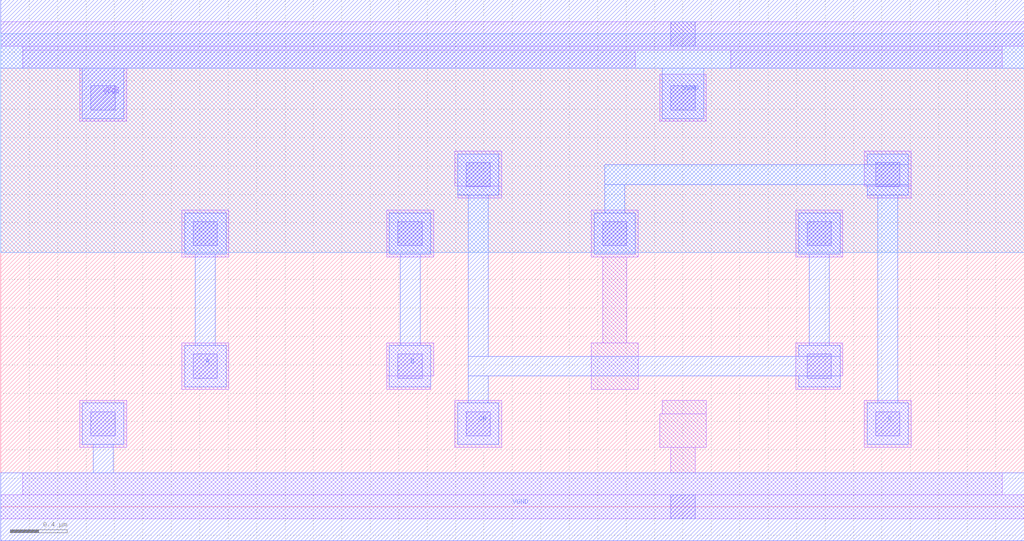
<source format=lef>
VERSION 5.7 ;
  NOWIREEXTENSIONATPIN ON ;
  DIVIDERCHAR "/" ;
  BUSBITCHARS "[]" ;
MACRO ASYNC2
  CLASS CORE ;
  FOREIGN ASYNC2 ;
  ORIGIN 0.000 0.000 ;
  SIZE 7.200 BY 3.330 ;
  SYMMETRY X Y ;
  SITE unit ;
  PIN A
    ANTENNAGATEAREA 0.189000 ;
    PORT
      LAYER met1 ;
        RECT 1.295 1.780 1.585 2.070 ;
        RECT 1.370 1.135 1.510 1.780 ;
        RECT 1.295 0.845 1.585 1.135 ;
    END
  END A
  PIN B
    ANTENNAGATEAREA 0.189000 ;
    PORT
      LAYER met1 ;
        RECT 2.735 1.780 3.025 2.070 ;
        RECT 2.810 1.135 2.950 1.780 ;
        RECT 2.735 0.845 3.025 1.135 ;
    END
  END B
  PIN C
    ANTENNAGATEAREA 0.189000 ;
    ANTENNADIFFAREA 1.031650 ;
    PORT
      LAYER met1 ;
        RECT 6.095 2.410 6.385 2.485 ;
        RECT 4.250 2.270 6.385 2.410 ;
        RECT 4.250 2.070 4.390 2.270 ;
        RECT 6.095 2.195 6.385 2.270 ;
        RECT 4.175 1.780 4.465 2.070 ;
        RECT 6.170 0.730 6.310 2.195 ;
        RECT 6.095 0.440 6.385 0.730 ;
    END
  END C
  PIN CN
    ANTENNAGATEAREA 0.189000 ;
    ANTENNADIFFAREA 1.661650 ;
    PORT
      LAYER met1 ;
        RECT 3.215 2.195 3.505 2.485 ;
        RECT 3.290 1.060 3.430 2.195 ;
        RECT 5.615 1.780 5.905 2.070 ;
        RECT 5.690 1.135 5.830 1.780 ;
        RECT 5.615 1.060 5.905 1.135 ;
        RECT 3.290 0.920 5.905 1.060 ;
        RECT 3.290 0.730 3.430 0.920 ;
        RECT 5.615 0.845 5.905 0.920 ;
        RECT 3.215 0.440 3.505 0.730 ;
    END
  END CN
  PIN VGND
    ANTENNADIFFAREA 0.914200 ;
    PORT
      LAYER met1 ;
        RECT 0.575 0.440 0.865 0.730 ;
        RECT 0.650 0.240 0.790 0.440 ;
        RECT 0.000 -0.240 7.200 0.240 ;
    END
    PORT
      LAYER met1 ;
        RECT 0.000 3.090 7.200 3.570 ;
        RECT 0.575 2.735 0.865 3.090 ;
        RECT 4.655 2.735 4.945 3.090 ;
    END
  END VGND
  PIN VPWR
    ANTENNADIFFAREA 0.663600 ;
    PORT
      LAYER li1 ;
        RECT 0.000 3.245 7.200 3.415 ;
        RECT 0.155 3.215 7.045 3.245 ;
        RECT 0.155 3.090 4.465 3.215 ;
        RECT 5.135 3.090 7.045 3.215 ;
        RECT 0.555 2.715 0.885 3.090 ;
      LAYER mcon ;
        RECT 4.715 3.245 4.885 3.415 ;
        RECT 0.635 2.795 0.805 2.965 ;
    END
  END VPWR
  OBS
      LAYER nwell ;
        RECT 0.000 1.790 7.200 3.330 ;
      LAYER li1 ;
        RECT 4.635 2.715 4.965 3.045 ;
        RECT 3.195 2.260 3.525 2.505 ;
        RECT 6.075 2.260 6.405 2.505 ;
        RECT 3.215 2.175 3.525 2.260 ;
        RECT 6.095 2.175 6.405 2.260 ;
        RECT 1.275 1.760 1.605 2.090 ;
        RECT 2.715 1.760 3.045 2.090 ;
        RECT 4.155 1.760 4.485 2.090 ;
        RECT 5.595 1.760 5.925 2.090 ;
        RECT 4.235 1.155 4.405 1.760 ;
        RECT 1.275 0.825 1.605 1.155 ;
        RECT 2.715 0.920 3.045 1.155 ;
        RECT 2.715 0.825 3.025 0.920 ;
        RECT 4.155 0.825 4.485 1.155 ;
        RECT 5.595 0.920 5.925 1.155 ;
        RECT 5.595 0.825 5.905 0.920 ;
        RECT 0.555 0.420 0.885 0.750 ;
        RECT 3.195 0.420 3.525 0.750 ;
        RECT 4.655 0.655 4.965 0.750 ;
        RECT 4.635 0.420 4.965 0.655 ;
        RECT 6.075 0.420 6.405 0.750 ;
        RECT 4.715 0.240 4.885 0.420 ;
        RECT 0.155 0.085 7.045 0.240 ;
        RECT 0.000 -0.085 7.200 0.085 ;
      LAYER mcon ;
        RECT 4.715 2.795 4.885 2.965 ;
        RECT 3.275 2.255 3.445 2.425 ;
        RECT 6.155 2.255 6.325 2.425 ;
        RECT 1.355 1.840 1.525 2.010 ;
        RECT 2.795 1.840 2.965 2.010 ;
        RECT 4.235 1.840 4.405 2.010 ;
        RECT 5.675 1.840 5.845 2.010 ;
        RECT 1.355 0.905 1.525 1.075 ;
        RECT 2.795 0.905 2.965 1.075 ;
        RECT 5.675 0.905 5.845 1.075 ;
        RECT 0.635 0.500 0.805 0.670 ;
        RECT 3.275 0.500 3.445 0.670 ;
        RECT 6.155 0.500 6.325 0.670 ;
        RECT 4.715 -0.085 4.885 0.085 ;
  END
END ASYNC2
END LIBRARY


</source>
